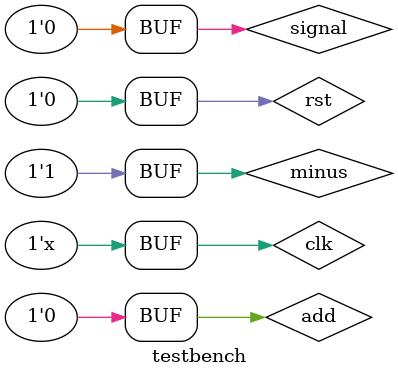
<source format=v>
`timescale 1ns / 1ps
`define cycle 10
module testbench();
	reg clk, rst, signal;
	wire on_or_off;
	reg add, minus;
	wire[6:0]led;
	
	wind test2(clk, signal, rst, on_or_off, add, minus, led);
	
	always #(`cycle/2) clk = ~clk;
	initial begin
		rst = 1;
		#(`cycle*1.75) rst = 0;
	end
	
	initial begin
		clk = 1;signal = 0; add = 0; minus = 0;
		#`cycle; signal = 0; add = 0; minus = 0;
		#`cycle; signal = 1; add = 0; minus = 0;
		#`cycle; signal = 0; add = 0; minus = 0;
		#`cycle; signal = 1; add = 0; minus = 0;
		#`cycle; signal = 0; add = 0; minus = 0;
		#`cycle; signal = 0; add = 0; minus = 0;
		#`cycle; signal = 1; add = 0; minus = 0;
		#`cycle; signal = 0; add = 0; minus = 0;
		#`cycle; signal = 0; add = 1; minus = 0;
		#`cycle; signal = 0; add = 1; minus = 0;
		#`cycle; signal = 0; add = 1; minus = 0;
		#`cycle; signal = 0; add = 1; minus = 0;
		#`cycle; signal = 0; add = 1; minus = 0;
		#`cycle; signal = 0; add = 1; minus = 0;
		#`cycle; signal = 0; add = 1; minus = 0;
		#`cycle; signal = 0; add = 0; minus = 1;
		#`cycle; signal = 0; add = 0; minus = 1;
		#`cycle; signal = 0; add = 0; minus = 1;
		#`cycle; signal = 0; add = 0; minus = 1;
		#`cycle; signal = 0; add = 0; minus = 1;
		#`cycle; signal = 0; add = 0; minus = 1;
		#`cycle; signal = 0; add = 0; minus = 1;
		#`cycle; signal = 0; add = 1; minus = 0;
		#`cycle; signal = 0; add = 1; minus = 0;
		#`cycle; signal = 0; add = 0; minus = 0;
		#`cycle; signal = 0; add = 1; minus = 0;
		#`cycle; signal = 0; add = 0; minus = 1;
		#`cycle; signal = 0; add = 0; minus = 0;
		#`cycle; signal = 0; add = 0; minus = 1;
		#`cycle; signal = 1; add = 0; minus = 0;	
		#`cycle; signal = 0; add = 0; minus = 0;
		#`cycle; signal = 0; add = 0; minus = 0;
		#`cycle; signal = 0; add = 0; minus = 0;
		#`cycle; signal = 0; add = 1; minus = 0;
		#`cycle; signal = 0; add = 1; minus = 0;
		#`cycle; signal = 0; add = 0; minus = 1;
		#`cycle; signal = 0; add = 0; minus = 1;
	end
endmodule
</source>
